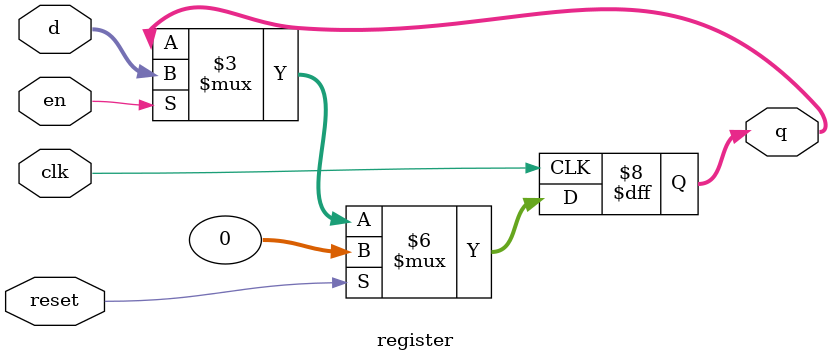
<source format=v>
module register
    #(parameter WIDTH=32, RST_VAL=0)
    (clk, reset, d, en, q);
	 input clk, reset, en;
     input [WIDTH-1:0] d;
	 output reg [WIDTH-1:0] q;
	 
 always @(posedge clk)
	begin
	if (reset) q <= RST_VAL;
	else
		begin			
			if (en) q <= d;
			else    q <= q;
        end
	end
endmodule
</source>
